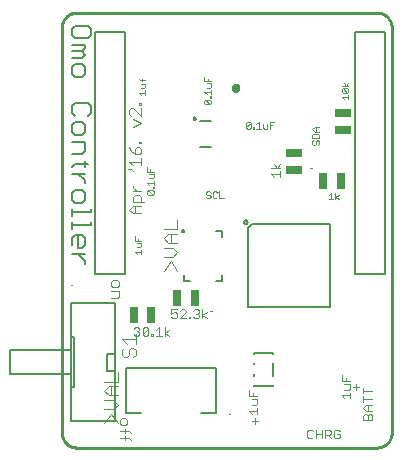
<source format=gto>
G75*
%MOIN*%
%OFA0B0*%
%FSLAX25Y25*%
%IPPOS*%
%LPD*%
%AMOC8*
5,1,8,0,0,1.08239X$1,22.5*
%
%ADD10C,0.00600*%
%ADD11C,0.01000*%
%ADD12C,0.01600*%
%ADD13C,0.00300*%
%ADD14C,0.00200*%
%ADD15C,0.00000*%
%ADD16R,0.02559X0.05512*%
%ADD17R,0.05512X0.02559*%
%ADD18C,0.00400*%
%ADD19C,0.00500*%
%ADD20C,0.00800*%
D10*
X0026041Y0063999D02*
X0026041Y0065067D01*
X0023906Y0067202D01*
X0021771Y0067202D02*
X0026041Y0067202D01*
X0024973Y0069377D02*
X0023906Y0069377D01*
X0023906Y0073647D01*
X0024973Y0073647D02*
X0026041Y0072580D01*
X0026041Y0070444D01*
X0024973Y0069377D01*
X0021771Y0070444D02*
X0021771Y0072580D01*
X0022838Y0073647D01*
X0024973Y0073647D01*
X0028176Y0076877D02*
X0021771Y0076877D01*
X0021771Y0077944D02*
X0021771Y0075809D01*
X0021771Y0080106D02*
X0021771Y0082241D01*
X0021771Y0081174D02*
X0028176Y0081174D01*
X0028176Y0082241D01*
X0024973Y0084416D02*
X0026041Y0085484D01*
X0026041Y0087619D01*
X0024973Y0088687D01*
X0022838Y0088687D01*
X0021771Y0087619D01*
X0021771Y0085484D01*
X0022838Y0084416D01*
X0024973Y0084416D01*
X0026041Y0090855D02*
X0026041Y0091923D01*
X0023906Y0094058D01*
X0021771Y0094058D02*
X0026041Y0094058D01*
X0026041Y0096220D02*
X0026041Y0098355D01*
X0027109Y0097287D02*
X0022838Y0097287D01*
X0021771Y0096220D01*
X0021771Y0100530D02*
X0024973Y0100530D01*
X0026041Y0101598D01*
X0026041Y0104800D01*
X0021771Y0104800D01*
X0022838Y0106976D02*
X0024973Y0106976D01*
X0026041Y0108043D01*
X0026041Y0110178D01*
X0024973Y0111246D01*
X0022838Y0111246D01*
X0021771Y0110178D01*
X0021771Y0108043D01*
X0022838Y0106976D01*
X0022838Y0113421D02*
X0021771Y0114489D01*
X0021771Y0116624D01*
X0022838Y0117691D01*
X0027109Y0117691D01*
X0028176Y0116624D01*
X0028176Y0114489D01*
X0027109Y0113421D01*
X0024973Y0126312D02*
X0022838Y0126312D01*
X0021771Y0127380D01*
X0021771Y0129515D01*
X0022838Y0130582D01*
X0024973Y0130582D01*
X0026041Y0129515D01*
X0026041Y0127380D01*
X0024973Y0126312D01*
X0024973Y0132758D02*
X0021771Y0132758D01*
X0021771Y0134893D02*
X0024973Y0134893D01*
X0026041Y0133825D01*
X0024973Y0132758D01*
X0024973Y0134893D02*
X0026041Y0135960D01*
X0026041Y0137028D01*
X0021771Y0137028D01*
X0022838Y0139203D02*
X0021771Y0140271D01*
X0021771Y0142406D01*
X0022838Y0143473D01*
X0027109Y0143473D01*
X0028176Y0142406D01*
X0028176Y0140271D01*
X0027109Y0139203D01*
X0022838Y0139203D01*
X0028176Y0077944D02*
X0028176Y0076877D01*
X0082589Y0034479D02*
X0082589Y0034109D01*
X0082589Y0034479D02*
X0088967Y0034479D01*
X0088967Y0034109D01*
X0088967Y0030935D02*
X0088967Y0026825D01*
X0088967Y0023652D02*
X0088967Y0023282D01*
X0082589Y0023282D01*
X0082589Y0023652D01*
X0082589Y0026825D02*
X0082589Y0027195D01*
X0082589Y0030565D02*
X0082589Y0030935D01*
D11*
X0018376Y0007817D02*
X0018376Y0142817D01*
X0018378Y0142957D01*
X0018384Y0143097D01*
X0018394Y0143237D01*
X0018407Y0143377D01*
X0018425Y0143516D01*
X0018447Y0143655D01*
X0018472Y0143792D01*
X0018501Y0143930D01*
X0018534Y0144066D01*
X0018571Y0144201D01*
X0018612Y0144335D01*
X0018657Y0144468D01*
X0018705Y0144600D01*
X0018757Y0144730D01*
X0018812Y0144859D01*
X0018871Y0144986D01*
X0018934Y0145112D01*
X0019000Y0145236D01*
X0019069Y0145357D01*
X0019142Y0145477D01*
X0019219Y0145595D01*
X0019298Y0145710D01*
X0019381Y0145824D01*
X0019467Y0145934D01*
X0019556Y0146043D01*
X0019648Y0146149D01*
X0019743Y0146252D01*
X0019840Y0146353D01*
X0019941Y0146450D01*
X0020044Y0146545D01*
X0020150Y0146637D01*
X0020259Y0146726D01*
X0020369Y0146812D01*
X0020483Y0146895D01*
X0020598Y0146974D01*
X0020716Y0147051D01*
X0020836Y0147124D01*
X0020957Y0147193D01*
X0021081Y0147259D01*
X0021207Y0147322D01*
X0021334Y0147381D01*
X0021463Y0147436D01*
X0021593Y0147488D01*
X0021725Y0147536D01*
X0021858Y0147581D01*
X0021992Y0147622D01*
X0022127Y0147659D01*
X0022263Y0147692D01*
X0022401Y0147721D01*
X0022538Y0147746D01*
X0022677Y0147768D01*
X0022816Y0147786D01*
X0022956Y0147799D01*
X0023096Y0147809D01*
X0023236Y0147815D01*
X0023376Y0147817D01*
X0123376Y0147817D01*
X0123516Y0147815D01*
X0123656Y0147809D01*
X0123796Y0147799D01*
X0123936Y0147786D01*
X0124075Y0147768D01*
X0124214Y0147746D01*
X0124351Y0147721D01*
X0124489Y0147692D01*
X0124625Y0147659D01*
X0124760Y0147622D01*
X0124894Y0147581D01*
X0125027Y0147536D01*
X0125159Y0147488D01*
X0125289Y0147436D01*
X0125418Y0147381D01*
X0125545Y0147322D01*
X0125671Y0147259D01*
X0125795Y0147193D01*
X0125916Y0147124D01*
X0126036Y0147051D01*
X0126154Y0146974D01*
X0126269Y0146895D01*
X0126383Y0146812D01*
X0126493Y0146726D01*
X0126602Y0146637D01*
X0126708Y0146545D01*
X0126811Y0146450D01*
X0126912Y0146353D01*
X0127009Y0146252D01*
X0127104Y0146149D01*
X0127196Y0146043D01*
X0127285Y0145934D01*
X0127371Y0145824D01*
X0127454Y0145710D01*
X0127533Y0145595D01*
X0127610Y0145477D01*
X0127683Y0145357D01*
X0127752Y0145236D01*
X0127818Y0145112D01*
X0127881Y0144986D01*
X0127940Y0144859D01*
X0127995Y0144730D01*
X0128047Y0144600D01*
X0128095Y0144468D01*
X0128140Y0144335D01*
X0128181Y0144201D01*
X0128218Y0144066D01*
X0128251Y0143930D01*
X0128280Y0143792D01*
X0128305Y0143655D01*
X0128327Y0143516D01*
X0128345Y0143377D01*
X0128358Y0143237D01*
X0128368Y0143097D01*
X0128374Y0142957D01*
X0128376Y0142817D01*
X0128376Y0007817D01*
X0128374Y0007677D01*
X0128368Y0007537D01*
X0128358Y0007397D01*
X0128345Y0007257D01*
X0128327Y0007118D01*
X0128305Y0006979D01*
X0128280Y0006842D01*
X0128251Y0006704D01*
X0128218Y0006568D01*
X0128181Y0006433D01*
X0128140Y0006299D01*
X0128095Y0006166D01*
X0128047Y0006034D01*
X0127995Y0005904D01*
X0127940Y0005775D01*
X0127881Y0005648D01*
X0127818Y0005522D01*
X0127752Y0005398D01*
X0127683Y0005277D01*
X0127610Y0005157D01*
X0127533Y0005039D01*
X0127454Y0004924D01*
X0127371Y0004810D01*
X0127285Y0004700D01*
X0127196Y0004591D01*
X0127104Y0004485D01*
X0127009Y0004382D01*
X0126912Y0004281D01*
X0126811Y0004184D01*
X0126708Y0004089D01*
X0126602Y0003997D01*
X0126493Y0003908D01*
X0126383Y0003822D01*
X0126269Y0003739D01*
X0126154Y0003660D01*
X0126036Y0003583D01*
X0125916Y0003510D01*
X0125795Y0003441D01*
X0125671Y0003375D01*
X0125545Y0003312D01*
X0125418Y0003253D01*
X0125289Y0003198D01*
X0125159Y0003146D01*
X0125027Y0003098D01*
X0124894Y0003053D01*
X0124760Y0003012D01*
X0124625Y0002975D01*
X0124489Y0002942D01*
X0124351Y0002913D01*
X0124214Y0002888D01*
X0124075Y0002866D01*
X0123936Y0002848D01*
X0123796Y0002835D01*
X0123656Y0002825D01*
X0123516Y0002819D01*
X0123376Y0002817D01*
X0023376Y0002817D01*
X0023236Y0002819D01*
X0023096Y0002825D01*
X0022956Y0002835D01*
X0022816Y0002848D01*
X0022677Y0002866D01*
X0022538Y0002888D01*
X0022401Y0002913D01*
X0022263Y0002942D01*
X0022127Y0002975D01*
X0021992Y0003012D01*
X0021858Y0003053D01*
X0021725Y0003098D01*
X0021593Y0003146D01*
X0021463Y0003198D01*
X0021334Y0003253D01*
X0021207Y0003312D01*
X0021081Y0003375D01*
X0020957Y0003441D01*
X0020836Y0003510D01*
X0020716Y0003583D01*
X0020598Y0003660D01*
X0020483Y0003739D01*
X0020369Y0003822D01*
X0020259Y0003908D01*
X0020150Y0003997D01*
X0020044Y0004089D01*
X0019941Y0004184D01*
X0019840Y0004281D01*
X0019743Y0004382D01*
X0019648Y0004485D01*
X0019556Y0004591D01*
X0019467Y0004700D01*
X0019381Y0004810D01*
X0019298Y0004924D01*
X0019219Y0005039D01*
X0019142Y0005157D01*
X0019069Y0005277D01*
X0019000Y0005398D01*
X0018934Y0005522D01*
X0018871Y0005648D01*
X0018812Y0005775D01*
X0018757Y0005904D01*
X0018705Y0006034D01*
X0018657Y0006166D01*
X0018612Y0006299D01*
X0018571Y0006433D01*
X0018534Y0006568D01*
X0018501Y0006704D01*
X0018472Y0006842D01*
X0018447Y0006979D01*
X0018425Y0007118D01*
X0018407Y0007257D01*
X0018394Y0007397D01*
X0018384Y0007537D01*
X0018378Y0007677D01*
X0018376Y0007817D01*
D12*
X0075813Y0122713D02*
X0075815Y0122760D01*
X0075821Y0122807D01*
X0075830Y0122853D01*
X0075844Y0122898D01*
X0075861Y0122942D01*
X0075882Y0122984D01*
X0075906Y0123025D01*
X0075933Y0123063D01*
X0075964Y0123099D01*
X0075997Y0123132D01*
X0076033Y0123163D01*
X0076071Y0123190D01*
X0076112Y0123214D01*
X0076154Y0123235D01*
X0076198Y0123252D01*
X0076243Y0123266D01*
X0076289Y0123275D01*
X0076336Y0123281D01*
X0076383Y0123283D01*
X0076430Y0123281D01*
X0076477Y0123275D01*
X0076523Y0123266D01*
X0076568Y0123252D01*
X0076612Y0123235D01*
X0076654Y0123214D01*
X0076695Y0123190D01*
X0076733Y0123163D01*
X0076769Y0123132D01*
X0076802Y0123099D01*
X0076833Y0123063D01*
X0076860Y0123025D01*
X0076884Y0122984D01*
X0076905Y0122942D01*
X0076922Y0122898D01*
X0076936Y0122853D01*
X0076945Y0122807D01*
X0076951Y0122760D01*
X0076953Y0122713D01*
X0076951Y0122666D01*
X0076945Y0122619D01*
X0076936Y0122573D01*
X0076922Y0122528D01*
X0076905Y0122484D01*
X0076884Y0122442D01*
X0076860Y0122401D01*
X0076833Y0122363D01*
X0076802Y0122327D01*
X0076769Y0122294D01*
X0076733Y0122263D01*
X0076695Y0122236D01*
X0076654Y0122212D01*
X0076612Y0122191D01*
X0076568Y0122174D01*
X0076523Y0122160D01*
X0076477Y0122151D01*
X0076430Y0122145D01*
X0076383Y0122143D01*
X0076336Y0122145D01*
X0076289Y0122151D01*
X0076243Y0122160D01*
X0076198Y0122174D01*
X0076154Y0122191D01*
X0076112Y0122212D01*
X0076071Y0122236D01*
X0076033Y0122263D01*
X0075997Y0122294D01*
X0075964Y0122327D01*
X0075933Y0122363D01*
X0075906Y0122401D01*
X0075882Y0122442D01*
X0075861Y0122484D01*
X0075844Y0122528D01*
X0075830Y0122573D01*
X0075821Y0122619D01*
X0075815Y0122666D01*
X0075813Y0122713D01*
D13*
X0089236Y0097425D02*
X0090203Y0095974D01*
X0091171Y0097425D01*
X0091171Y0095974D02*
X0088268Y0095974D01*
X0088268Y0093995D02*
X0091171Y0093995D01*
X0091171Y0094962D02*
X0091171Y0093027D01*
X0089236Y0093027D02*
X0088268Y0093995D01*
X0065184Y0048884D02*
X0065184Y0045981D01*
X0065184Y0046949D02*
X0066635Y0047916D01*
X0065184Y0046949D02*
X0066635Y0045981D01*
X0064172Y0046465D02*
X0063688Y0045981D01*
X0062721Y0045981D01*
X0062237Y0046465D01*
X0061248Y0046465D02*
X0061248Y0045981D01*
X0060764Y0045981D01*
X0060764Y0046465D01*
X0061248Y0046465D01*
X0059752Y0045981D02*
X0057817Y0045981D01*
X0059752Y0047916D01*
X0059752Y0048400D01*
X0059269Y0048884D01*
X0058301Y0048884D01*
X0057817Y0048400D01*
X0056806Y0048884D02*
X0054871Y0048884D01*
X0054871Y0047433D01*
X0055838Y0047916D01*
X0056322Y0047916D01*
X0056806Y0047433D01*
X0056806Y0046465D01*
X0056322Y0045981D01*
X0055355Y0045981D01*
X0054871Y0046465D01*
X0052670Y0042978D02*
X0052670Y0040076D01*
X0052670Y0041043D02*
X0054121Y0042011D01*
X0052670Y0041043D02*
X0054121Y0040076D01*
X0051659Y0040076D02*
X0049724Y0040076D01*
X0050691Y0040076D02*
X0050691Y0042978D01*
X0049724Y0042011D01*
X0048734Y0040560D02*
X0048250Y0040560D01*
X0048250Y0040076D01*
X0048734Y0040076D01*
X0048734Y0040560D01*
X0047239Y0040560D02*
X0046755Y0040076D01*
X0045788Y0040076D01*
X0045304Y0040560D01*
X0047239Y0042495D01*
X0047239Y0040560D01*
X0047239Y0042495D02*
X0046755Y0042978D01*
X0045788Y0042978D01*
X0045304Y0042495D01*
X0045304Y0040560D01*
X0044292Y0040560D02*
X0043809Y0040076D01*
X0042841Y0040076D01*
X0042357Y0040560D01*
X0043325Y0041527D02*
X0043809Y0041527D01*
X0044292Y0041043D01*
X0044292Y0040560D01*
X0043809Y0041527D02*
X0044292Y0042011D01*
X0044292Y0042495D01*
X0043809Y0042978D01*
X0042841Y0042978D01*
X0042357Y0042495D01*
X0036817Y0052504D02*
X0034966Y0052504D01*
X0034966Y0054973D02*
X0037435Y0054973D01*
X0037435Y0053122D01*
X0036817Y0052504D01*
X0036817Y0056188D02*
X0035583Y0056188D01*
X0034966Y0056805D01*
X0034966Y0058039D01*
X0035583Y0058656D01*
X0036817Y0058656D01*
X0037435Y0058039D01*
X0037435Y0056805D01*
X0036817Y0056188D01*
X0042173Y0080886D02*
X0040938Y0082120D01*
X0042173Y0083355D01*
X0044642Y0083355D01*
X0044642Y0084569D02*
X0044642Y0086421D01*
X0044024Y0087038D01*
X0042790Y0087038D01*
X0042173Y0086421D01*
X0042173Y0084569D01*
X0045876Y0084569D01*
X0042790Y0083355D02*
X0042790Y0080886D01*
X0042173Y0080886D02*
X0044642Y0080886D01*
X0044642Y0088252D02*
X0042173Y0088252D01*
X0043407Y0088252D02*
X0042173Y0089487D01*
X0042173Y0090104D01*
X0042173Y0095005D02*
X0041556Y0095622D01*
X0040321Y0095622D01*
X0042173Y0096846D02*
X0040938Y0098081D01*
X0044642Y0098081D01*
X0044642Y0099315D02*
X0044642Y0096846D01*
X0044024Y0100529D02*
X0042790Y0100529D01*
X0042790Y0102381D01*
X0043407Y0102998D01*
X0044024Y0102998D01*
X0044642Y0102381D01*
X0044642Y0101147D01*
X0044024Y0100529D01*
X0042790Y0100529D02*
X0041556Y0101764D01*
X0040938Y0102998D01*
X0044024Y0104213D02*
X0044024Y0104830D01*
X0044642Y0104830D01*
X0044642Y0104213D01*
X0044024Y0104213D01*
X0042173Y0109737D02*
X0044642Y0110972D01*
X0042173Y0112206D01*
X0041556Y0113420D02*
X0040938Y0114038D01*
X0040938Y0115272D01*
X0041556Y0115889D01*
X0042173Y0115889D01*
X0044642Y0113420D01*
X0044642Y0115889D01*
X0044642Y0117104D02*
X0044642Y0117721D01*
X0044024Y0117721D01*
X0044024Y0117104D01*
X0044642Y0117104D01*
X0062721Y0048884D02*
X0063688Y0048884D01*
X0064172Y0048400D01*
X0064172Y0047916D01*
X0063688Y0047433D01*
X0064172Y0046949D01*
X0064172Y0046465D01*
X0063688Y0047433D02*
X0063205Y0047433D01*
X0062237Y0048400D02*
X0062721Y0048884D01*
X0080713Y0021857D02*
X0080713Y0019922D01*
X0083616Y0019922D01*
X0083616Y0018910D02*
X0081681Y0018910D01*
X0082164Y0019922D02*
X0082164Y0020889D01*
X0083616Y0018910D02*
X0083616Y0017459D01*
X0083132Y0016975D01*
X0081681Y0016975D01*
X0083616Y0015964D02*
X0083616Y0014029D01*
X0083616Y0014996D02*
X0080713Y0014996D01*
X0081681Y0014029D01*
X0082724Y0012539D02*
X0082724Y0010604D01*
X0081757Y0011572D02*
X0083692Y0011572D01*
X0100243Y0008331D02*
X0100243Y0006396D01*
X0100726Y0005913D01*
X0101694Y0005913D01*
X0102178Y0006396D01*
X0103189Y0005913D02*
X0103189Y0008815D01*
X0102178Y0008331D02*
X0101694Y0008815D01*
X0100726Y0008815D01*
X0100243Y0008331D01*
X0103189Y0007364D02*
X0105124Y0007364D01*
X0106136Y0006880D02*
X0107587Y0006880D01*
X0108071Y0007364D01*
X0108071Y0008331D01*
X0107587Y0008815D01*
X0106136Y0008815D01*
X0106136Y0005913D01*
X0105124Y0005913D02*
X0105124Y0008815D01*
X0107103Y0006880D02*
X0108071Y0005913D01*
X0109082Y0006396D02*
X0109566Y0005913D01*
X0110533Y0005913D01*
X0111017Y0006396D01*
X0111017Y0007364D01*
X0110050Y0007364D01*
X0111017Y0008331D02*
X0110533Y0008815D01*
X0109566Y0008815D01*
X0109082Y0008331D01*
X0109082Y0006396D01*
X0118887Y0012014D02*
X0118887Y0013465D01*
X0119371Y0013949D01*
X0119855Y0013949D01*
X0120338Y0013465D01*
X0120338Y0012014D01*
X0118887Y0012014D02*
X0121790Y0012014D01*
X0121790Y0013465D01*
X0121306Y0013949D01*
X0120822Y0013949D01*
X0120338Y0013465D01*
X0120338Y0014961D02*
X0120338Y0016896D01*
X0119855Y0016896D02*
X0121790Y0016896D01*
X0119855Y0016896D02*
X0118887Y0015928D01*
X0119855Y0014961D01*
X0121790Y0014961D01*
X0121790Y0018875D02*
X0118887Y0018875D01*
X0118887Y0019842D02*
X0118887Y0017907D01*
X0118887Y0020854D02*
X0118887Y0022789D01*
X0118887Y0021821D02*
X0121790Y0021821D01*
X0117513Y0022933D02*
X0115578Y0022933D01*
X0114538Y0022633D02*
X0114538Y0024084D01*
X0112603Y0024084D01*
X0113087Y0025096D02*
X0113087Y0026063D01*
X0114538Y0025096D02*
X0111636Y0025096D01*
X0111636Y0027031D01*
X0114538Y0022633D02*
X0114054Y0022149D01*
X0112603Y0022149D01*
X0111636Y0020170D02*
X0114538Y0020170D01*
X0114538Y0019203D02*
X0114538Y0021138D01*
X0116545Y0021965D02*
X0116545Y0023900D01*
X0112603Y0019203D02*
X0111636Y0020170D01*
X0041442Y0007750D02*
X0040825Y0008367D01*
X0037739Y0008367D01*
X0038356Y0010199D02*
X0039590Y0010199D01*
X0040207Y0010816D01*
X0040207Y0012050D01*
X0039590Y0012667D01*
X0038356Y0012667D01*
X0037739Y0012050D01*
X0037739Y0010816D01*
X0038356Y0010199D01*
X0039590Y0008984D02*
X0039590Y0007750D01*
X0039590Y0006529D02*
X0039590Y0005294D01*
X0040825Y0005912D02*
X0041442Y0005294D01*
X0040825Y0005912D02*
X0037739Y0005912D01*
D14*
X0043470Y0067298D02*
X0042736Y0068032D01*
X0044938Y0068032D01*
X0044938Y0067298D02*
X0044938Y0068766D01*
X0044571Y0069508D02*
X0044938Y0069875D01*
X0044938Y0070976D01*
X0043470Y0070976D01*
X0043837Y0071717D02*
X0043837Y0072451D01*
X0044938Y0071717D02*
X0042736Y0071717D01*
X0042736Y0073185D01*
X0043470Y0069508D02*
X0044571Y0069508D01*
X0047221Y0087040D02*
X0046854Y0087407D01*
X0046854Y0088141D01*
X0047221Y0088508D01*
X0048689Y0087040D01*
X0049056Y0087407D01*
X0049056Y0088141D01*
X0048689Y0088508D01*
X0047221Y0088508D01*
X0047221Y0087040D02*
X0048689Y0087040D01*
X0048689Y0089250D02*
X0048689Y0089617D01*
X0049056Y0089617D01*
X0049056Y0089250D01*
X0048689Y0089250D01*
X0049056Y0090355D02*
X0049056Y0091823D01*
X0049056Y0091089D02*
X0046854Y0091089D01*
X0047588Y0090355D01*
X0047588Y0092565D02*
X0048689Y0092565D01*
X0049056Y0092932D01*
X0049056Y0094033D01*
X0047588Y0094033D01*
X0047955Y0094775D02*
X0047955Y0095509D01*
X0046854Y0094775D02*
X0046854Y0096243D01*
X0046854Y0094775D02*
X0049056Y0094775D01*
X0066507Y0087823D02*
X0066507Y0087456D01*
X0066874Y0087089D01*
X0067608Y0087089D01*
X0067975Y0086722D01*
X0067975Y0086355D01*
X0067608Y0085988D01*
X0066874Y0085988D01*
X0066507Y0086355D01*
X0066507Y0087823D02*
X0066874Y0088190D01*
X0067608Y0088190D01*
X0067975Y0087823D01*
X0068717Y0087823D02*
X0068717Y0086355D01*
X0069084Y0085988D01*
X0069818Y0085988D01*
X0070185Y0086355D01*
X0070927Y0085988D02*
X0072395Y0085988D01*
X0070927Y0085988D02*
X0070927Y0088190D01*
X0070185Y0087823D02*
X0069818Y0088190D01*
X0069084Y0088190D01*
X0068717Y0087823D01*
X0080294Y0109158D02*
X0079927Y0109525D01*
X0081395Y0110993D01*
X0081395Y0109525D01*
X0081028Y0109158D01*
X0080294Y0109158D01*
X0079927Y0109525D02*
X0079927Y0110993D01*
X0080294Y0111360D01*
X0081028Y0111360D01*
X0081395Y0110993D01*
X0082136Y0109525D02*
X0082503Y0109525D01*
X0082503Y0109158D01*
X0082136Y0109158D01*
X0082136Y0109525D01*
X0083241Y0109158D02*
X0084709Y0109158D01*
X0083975Y0109158D02*
X0083975Y0111360D01*
X0083241Y0110626D01*
X0085451Y0110626D02*
X0085451Y0109525D01*
X0085818Y0109158D01*
X0086919Y0109158D01*
X0086919Y0110626D01*
X0087661Y0110259D02*
X0088395Y0110259D01*
X0087661Y0109158D02*
X0087661Y0111360D01*
X0089129Y0111360D01*
X0101901Y0108858D02*
X0102635Y0109592D01*
X0104103Y0109592D01*
X0103002Y0109592D02*
X0103002Y0108124D01*
X0102635Y0108124D02*
X0101901Y0108858D01*
X0102635Y0108124D02*
X0104103Y0108124D01*
X0103736Y0107383D02*
X0102268Y0107383D01*
X0101901Y0107016D01*
X0101901Y0105915D01*
X0104103Y0105915D01*
X0104103Y0107016D01*
X0103736Y0107383D01*
X0103736Y0105173D02*
X0104103Y0104806D01*
X0104103Y0104072D01*
X0103736Y0103705D01*
X0103002Y0104072D02*
X0103002Y0104806D01*
X0103369Y0105173D01*
X0103736Y0105173D01*
X0103002Y0104072D02*
X0102635Y0103705D01*
X0102268Y0103705D01*
X0101901Y0104072D01*
X0101901Y0104806D01*
X0102268Y0105173D01*
X0112431Y0118906D02*
X0111697Y0119640D01*
X0113899Y0119640D01*
X0113899Y0118906D02*
X0113899Y0120374D01*
X0113532Y0121116D02*
X0112064Y0121116D01*
X0111697Y0121482D01*
X0111697Y0122216D01*
X0112064Y0122583D01*
X0113532Y0121116D01*
X0113899Y0121482D01*
X0113899Y0122216D01*
X0113532Y0122583D01*
X0112064Y0122583D01*
X0111697Y0123325D02*
X0113899Y0123325D01*
X0113165Y0123325D02*
X0112431Y0124426D01*
X0113165Y0123325D02*
X0113899Y0124426D01*
X0109627Y0087818D02*
X0109627Y0085616D01*
X0109627Y0086350D02*
X0110728Y0087084D01*
X0109627Y0086350D02*
X0110728Y0085616D01*
X0108885Y0085616D02*
X0107417Y0085616D01*
X0108151Y0085616D02*
X0108151Y0087818D01*
X0107417Y0087084D01*
X0068111Y0117628D02*
X0067744Y0117261D01*
X0066276Y0118729D01*
X0067744Y0118729D01*
X0068111Y0118362D01*
X0068111Y0117628D01*
X0067744Y0117261D02*
X0066276Y0117261D01*
X0065909Y0117628D01*
X0065909Y0118362D01*
X0066276Y0118729D01*
X0067744Y0119471D02*
X0067744Y0119838D01*
X0068111Y0119838D01*
X0068111Y0119471D01*
X0067744Y0119471D01*
X0068111Y0120575D02*
X0068111Y0122043D01*
X0068111Y0121309D02*
X0065909Y0121309D01*
X0066643Y0120575D01*
X0066643Y0122785D02*
X0067744Y0122785D01*
X0068111Y0123152D01*
X0068111Y0124253D01*
X0066643Y0124253D01*
X0067010Y0124995D02*
X0067010Y0125729D01*
X0065909Y0124995D02*
X0065909Y0126463D01*
X0065909Y0124995D02*
X0068111Y0124995D01*
X0046209Y0125206D02*
X0044374Y0125206D01*
X0044007Y0125573D01*
X0045108Y0125573D02*
X0045108Y0124839D01*
X0044741Y0124097D02*
X0046209Y0124097D01*
X0046209Y0122996D01*
X0045842Y0122629D01*
X0044741Y0122629D01*
X0046209Y0121887D02*
X0046209Y0120419D01*
X0046209Y0121153D02*
X0044007Y0121153D01*
X0044741Y0120419D01*
D15*
X0069907Y0088008D02*
X0069974Y0088008D01*
X0069999Y0088008D02*
X0070049Y0088008D01*
X0070066Y0087992D01*
X0070066Y0087958D01*
X0070049Y0087942D01*
X0069999Y0087942D01*
X0069999Y0087908D02*
X0069999Y0088008D01*
X0069940Y0088008D02*
X0069940Y0087908D01*
X0070091Y0087908D02*
X0070141Y0087908D01*
X0070158Y0087925D01*
X0070158Y0087942D01*
X0070141Y0087958D01*
X0070091Y0087958D01*
X0070091Y0087908D02*
X0070091Y0088008D01*
X0070141Y0088008D01*
X0070158Y0087992D01*
X0070158Y0087975D01*
X0070141Y0087958D01*
X0070183Y0087975D02*
X0070216Y0088008D01*
X0070216Y0087908D01*
X0070183Y0087908D02*
X0070250Y0087908D01*
X0070275Y0087875D02*
X0070308Y0087908D01*
X0070292Y0087908D01*
X0070292Y0087925D01*
X0070308Y0087925D01*
X0070308Y0087908D01*
X0070336Y0087908D02*
X0070403Y0087975D01*
X0070403Y0087992D01*
X0070387Y0088008D01*
X0070353Y0088008D01*
X0070336Y0087992D01*
X0070336Y0087908D02*
X0070403Y0087908D01*
X0070429Y0087908D02*
X0070429Y0087925D01*
X0070495Y0087992D01*
X0070495Y0088008D01*
X0070429Y0088008D01*
X0101184Y0096060D02*
X0101251Y0096060D01*
X0101276Y0096060D02*
X0101326Y0096060D01*
X0101343Y0096044D01*
X0101343Y0096010D01*
X0101326Y0095994D01*
X0101276Y0095994D01*
X0101276Y0095960D02*
X0101276Y0096060D01*
X0101218Y0096060D02*
X0101218Y0095960D01*
X0101369Y0095960D02*
X0101419Y0095960D01*
X0101435Y0095977D01*
X0101435Y0095994D01*
X0101419Y0096010D01*
X0101369Y0096010D01*
X0101419Y0096010D02*
X0101435Y0096027D01*
X0101435Y0096044D01*
X0101419Y0096060D01*
X0101369Y0096060D01*
X0101369Y0095960D01*
X0101461Y0095960D02*
X0101527Y0095960D01*
X0101494Y0095960D02*
X0101494Y0096060D01*
X0101461Y0096027D01*
X0101569Y0095977D02*
X0101569Y0095960D01*
X0101586Y0095960D01*
X0101586Y0095977D01*
X0101569Y0095977D01*
X0101586Y0095960D02*
X0101553Y0095927D01*
X0101614Y0095960D02*
X0101681Y0096027D01*
X0101681Y0096044D01*
X0101664Y0096060D01*
X0101631Y0096060D01*
X0101614Y0096044D01*
X0101614Y0095960D02*
X0101681Y0095960D01*
X0101706Y0095960D02*
X0101706Y0095977D01*
X0101773Y0096044D01*
X0101773Y0096060D01*
X0101706Y0096060D01*
X0068486Y0048404D02*
X0068486Y0048387D01*
X0068420Y0048321D01*
X0068420Y0048304D01*
X0068394Y0048304D02*
X0068328Y0048304D01*
X0068394Y0048371D01*
X0068394Y0048387D01*
X0068378Y0048404D01*
X0068344Y0048404D01*
X0068328Y0048387D01*
X0068300Y0048321D02*
X0068283Y0048321D01*
X0068283Y0048304D01*
X0068300Y0048304D01*
X0068300Y0048321D01*
X0068300Y0048304D02*
X0068266Y0048270D01*
X0068241Y0048304D02*
X0068174Y0048304D01*
X0068149Y0048321D02*
X0068132Y0048304D01*
X0068082Y0048304D01*
X0068082Y0048404D01*
X0068132Y0048404D01*
X0068149Y0048387D01*
X0068149Y0048371D01*
X0068132Y0048354D01*
X0068082Y0048354D01*
X0068057Y0048354D02*
X0068040Y0048337D01*
X0067990Y0048337D01*
X0067990Y0048304D02*
X0067990Y0048404D01*
X0068040Y0048404D01*
X0068057Y0048387D01*
X0068057Y0048354D01*
X0068132Y0048354D02*
X0068149Y0048337D01*
X0068149Y0048321D01*
X0068174Y0048371D02*
X0068208Y0048404D01*
X0068208Y0048304D01*
X0068420Y0048404D02*
X0068486Y0048404D01*
X0067965Y0048404D02*
X0067898Y0048404D01*
X0067931Y0048404D02*
X0067931Y0048304D01*
X0073986Y0014051D02*
X0074053Y0014051D01*
X0074078Y0014051D02*
X0074128Y0014051D01*
X0074145Y0014035D01*
X0074145Y0014001D01*
X0074128Y0013985D01*
X0074078Y0013985D01*
X0074078Y0013951D02*
X0074078Y0014051D01*
X0074020Y0014051D02*
X0074020Y0013951D01*
X0074170Y0013951D02*
X0074220Y0013951D01*
X0074237Y0013968D01*
X0074237Y0013985D01*
X0074220Y0014001D01*
X0074170Y0014001D01*
X0074170Y0013951D02*
X0074170Y0014051D01*
X0074220Y0014051D01*
X0074237Y0014035D01*
X0074237Y0014018D01*
X0074220Y0014001D01*
X0074262Y0014018D02*
X0074296Y0014051D01*
X0074296Y0013951D01*
X0074329Y0013951D02*
X0074262Y0013951D01*
X0074355Y0013918D02*
X0074388Y0013951D01*
X0074371Y0013951D01*
X0074371Y0013968D01*
X0074388Y0013968D01*
X0074388Y0013951D01*
X0074416Y0013951D02*
X0074483Y0014018D01*
X0074483Y0014035D01*
X0074466Y0014051D01*
X0074433Y0014051D01*
X0074416Y0014035D01*
X0074416Y0013951D02*
X0074483Y0013951D01*
X0074508Y0013951D02*
X0074508Y0013968D01*
X0074575Y0014035D01*
X0074575Y0014051D01*
X0074508Y0014051D01*
X0021831Y0057020D02*
X0021831Y0057037D01*
X0021898Y0057104D01*
X0021898Y0057120D01*
X0021831Y0057120D01*
X0021805Y0057104D02*
X0021789Y0057120D01*
X0021755Y0057120D01*
X0021739Y0057104D01*
X0021805Y0057104D02*
X0021805Y0057087D01*
X0021739Y0057020D01*
X0021805Y0057020D01*
X0021711Y0057020D02*
X0021694Y0057020D01*
X0021694Y0057037D01*
X0021711Y0057037D01*
X0021711Y0057020D01*
X0021677Y0056987D01*
X0021652Y0057020D02*
X0021585Y0057020D01*
X0021560Y0057037D02*
X0021543Y0057020D01*
X0021493Y0057020D01*
X0021493Y0057120D01*
X0021543Y0057120D01*
X0021560Y0057104D01*
X0021560Y0057087D01*
X0021543Y0057070D01*
X0021493Y0057070D01*
X0021468Y0057070D02*
X0021451Y0057054D01*
X0021401Y0057054D01*
X0021401Y0057020D02*
X0021401Y0057120D01*
X0021451Y0057120D01*
X0021468Y0057104D01*
X0021468Y0057070D01*
X0021543Y0057070D02*
X0021560Y0057054D01*
X0021560Y0057037D01*
X0021585Y0057087D02*
X0021619Y0057120D01*
X0021619Y0057020D01*
X0021376Y0057120D02*
X0021309Y0057120D01*
X0021342Y0057120D02*
X0021342Y0057020D01*
D16*
X0042385Y0046878D03*
X0048185Y0046878D03*
X0056952Y0052784D03*
X0062752Y0052784D03*
X0105519Y0091594D03*
X0111319Y0091594D03*
D17*
X0112083Y0108520D03*
X0112083Y0114320D03*
X0095776Y0101048D03*
X0095776Y0095248D03*
D18*
X0056956Y0078687D02*
X0056956Y0075618D01*
X0052352Y0075618D01*
X0053886Y0074083D02*
X0052352Y0072549D01*
X0053886Y0071014D01*
X0056956Y0071014D01*
X0055421Y0069480D02*
X0052352Y0069480D01*
X0054654Y0071014D02*
X0054654Y0074083D01*
X0053886Y0074083D02*
X0056956Y0074083D01*
X0055421Y0069480D02*
X0056956Y0067945D01*
X0055421Y0066410D01*
X0052352Y0066410D01*
X0054654Y0064876D02*
X0056956Y0061806D01*
X0054654Y0064876D02*
X0052352Y0061806D01*
X0043058Y0040538D02*
X0043058Y0037469D01*
X0043058Y0039003D02*
X0038454Y0039003D01*
X0039989Y0037469D01*
X0039221Y0035934D02*
X0038454Y0035167D01*
X0038454Y0033632D01*
X0039221Y0032865D01*
X0039989Y0032865D01*
X0040756Y0033632D01*
X0040756Y0035167D01*
X0041523Y0035934D01*
X0042291Y0035934D01*
X0043058Y0035167D01*
X0043058Y0033632D01*
X0042291Y0032865D01*
X0037133Y0027861D02*
X0037133Y0024791D01*
X0032529Y0024791D01*
X0034063Y0023257D02*
X0037133Y0023257D01*
X0034831Y0023257D02*
X0034831Y0020187D01*
X0034063Y0020187D02*
X0032529Y0021722D01*
X0034063Y0023257D01*
X0034063Y0020187D02*
X0037133Y0020187D01*
X0035598Y0018653D02*
X0032529Y0018653D01*
X0032529Y0015583D02*
X0035598Y0015583D01*
X0037133Y0017118D01*
X0035598Y0018653D01*
X0034831Y0014049D02*
X0037133Y0010980D01*
X0034831Y0014049D02*
X0032529Y0010980D01*
D19*
X0036289Y0011557D02*
X0021329Y0011557D01*
X0021329Y0022975D01*
X0022510Y0022975D01*
X0022510Y0039510D01*
X0021329Y0039510D01*
X0021329Y0050928D01*
X0036289Y0050928D01*
X0036289Y0033998D01*
X0033533Y0033998D01*
X0033533Y0028487D01*
X0036289Y0028487D01*
X0036289Y0011557D01*
X0039833Y0014195D02*
X0044833Y0014195D01*
X0039833Y0014195D02*
X0039833Y0029195D01*
X0069833Y0029195D01*
X0069833Y0014195D01*
X0064833Y0014195D01*
X0036289Y0028487D02*
X0036289Y0033998D01*
X0021329Y0035180D02*
X0021329Y0027306D01*
X0001250Y0027306D01*
X0001250Y0035180D01*
X0021329Y0035180D01*
X0021329Y0039510D01*
X0021329Y0027306D02*
X0021329Y0022975D01*
X0059242Y0058369D02*
X0059242Y0060337D01*
X0059242Y0058369D02*
X0061211Y0058369D01*
X0069872Y0058369D02*
X0071841Y0058369D01*
X0071841Y0060337D01*
X0071841Y0072935D02*
X0071841Y0074904D01*
X0069872Y0074904D01*
X0058454Y0074904D02*
X0058456Y0074943D01*
X0058462Y0074982D01*
X0058472Y0075020D01*
X0058485Y0075057D01*
X0058502Y0075092D01*
X0058522Y0075126D01*
X0058546Y0075157D01*
X0058573Y0075186D01*
X0058602Y0075212D01*
X0058634Y0075235D01*
X0058668Y0075255D01*
X0058704Y0075271D01*
X0058741Y0075283D01*
X0058780Y0075292D01*
X0058819Y0075297D01*
X0058858Y0075298D01*
X0058897Y0075295D01*
X0058936Y0075288D01*
X0058973Y0075277D01*
X0059010Y0075263D01*
X0059045Y0075245D01*
X0059078Y0075224D01*
X0059109Y0075199D01*
X0059137Y0075172D01*
X0059162Y0075142D01*
X0059184Y0075109D01*
X0059203Y0075075D01*
X0059218Y0075039D01*
X0059230Y0075001D01*
X0059238Y0074963D01*
X0059242Y0074924D01*
X0059242Y0074884D01*
X0059238Y0074845D01*
X0059230Y0074807D01*
X0059218Y0074769D01*
X0059203Y0074733D01*
X0059184Y0074699D01*
X0059162Y0074666D01*
X0059137Y0074636D01*
X0059109Y0074609D01*
X0059078Y0074584D01*
X0059045Y0074563D01*
X0059010Y0074545D01*
X0058973Y0074531D01*
X0058936Y0074520D01*
X0058897Y0074513D01*
X0058858Y0074510D01*
X0058819Y0074511D01*
X0058780Y0074516D01*
X0058741Y0074525D01*
X0058704Y0074537D01*
X0058668Y0074553D01*
X0058634Y0074573D01*
X0058602Y0074596D01*
X0058573Y0074622D01*
X0058546Y0074651D01*
X0058522Y0074682D01*
X0058502Y0074716D01*
X0058485Y0074751D01*
X0058472Y0074788D01*
X0058462Y0074826D01*
X0058456Y0074865D01*
X0058454Y0074904D01*
X0064301Y0103031D02*
X0068238Y0103031D01*
X0068238Y0111692D02*
X0064301Y0111692D01*
X0062332Y0112480D02*
X0062334Y0112519D01*
X0062340Y0112558D01*
X0062350Y0112596D01*
X0062363Y0112633D01*
X0062380Y0112668D01*
X0062400Y0112702D01*
X0062424Y0112733D01*
X0062451Y0112762D01*
X0062480Y0112788D01*
X0062512Y0112811D01*
X0062546Y0112831D01*
X0062582Y0112847D01*
X0062619Y0112859D01*
X0062658Y0112868D01*
X0062697Y0112873D01*
X0062736Y0112874D01*
X0062775Y0112871D01*
X0062814Y0112864D01*
X0062851Y0112853D01*
X0062888Y0112839D01*
X0062923Y0112821D01*
X0062956Y0112800D01*
X0062987Y0112775D01*
X0063015Y0112748D01*
X0063040Y0112718D01*
X0063062Y0112685D01*
X0063081Y0112651D01*
X0063096Y0112615D01*
X0063108Y0112577D01*
X0063116Y0112539D01*
X0063120Y0112500D01*
X0063120Y0112460D01*
X0063116Y0112421D01*
X0063108Y0112383D01*
X0063096Y0112345D01*
X0063081Y0112309D01*
X0063062Y0112275D01*
X0063040Y0112242D01*
X0063015Y0112212D01*
X0062987Y0112185D01*
X0062956Y0112160D01*
X0062923Y0112139D01*
X0062888Y0112121D01*
X0062851Y0112107D01*
X0062814Y0112096D01*
X0062775Y0112089D01*
X0062736Y0112086D01*
X0062697Y0112087D01*
X0062658Y0112092D01*
X0062619Y0112101D01*
X0062582Y0112113D01*
X0062546Y0112129D01*
X0062512Y0112149D01*
X0062480Y0112172D01*
X0062451Y0112198D01*
X0062424Y0112227D01*
X0062400Y0112258D01*
X0062380Y0112292D01*
X0062363Y0112327D01*
X0062350Y0112364D01*
X0062340Y0112402D01*
X0062334Y0112441D01*
X0062332Y0112480D01*
D20*
X0039377Y0141243D02*
X0029535Y0141243D01*
X0029535Y0060534D01*
X0039377Y0060534D01*
X0039377Y0141243D01*
X0079124Y0077987D02*
X0079126Y0078036D01*
X0079132Y0078084D01*
X0079142Y0078132D01*
X0079156Y0078179D01*
X0079173Y0078225D01*
X0079194Y0078269D01*
X0079219Y0078311D01*
X0079247Y0078351D01*
X0079279Y0078389D01*
X0079313Y0078424D01*
X0079350Y0078456D01*
X0079389Y0078485D01*
X0079431Y0078511D01*
X0079475Y0078533D01*
X0079520Y0078551D01*
X0079567Y0078566D01*
X0079614Y0078577D01*
X0079663Y0078584D01*
X0079712Y0078587D01*
X0079761Y0078586D01*
X0079809Y0078581D01*
X0079858Y0078572D01*
X0079905Y0078559D01*
X0079951Y0078542D01*
X0079995Y0078522D01*
X0080038Y0078498D01*
X0080079Y0078471D01*
X0080117Y0078440D01*
X0080153Y0078407D01*
X0080185Y0078371D01*
X0080215Y0078332D01*
X0080242Y0078291D01*
X0080265Y0078247D01*
X0080284Y0078202D01*
X0080300Y0078156D01*
X0080312Y0078109D01*
X0080320Y0078060D01*
X0080324Y0078011D01*
X0080324Y0077963D01*
X0080320Y0077914D01*
X0080312Y0077865D01*
X0080300Y0077818D01*
X0080284Y0077772D01*
X0080265Y0077727D01*
X0080242Y0077683D01*
X0080215Y0077642D01*
X0080185Y0077603D01*
X0080153Y0077567D01*
X0080117Y0077534D01*
X0080079Y0077503D01*
X0080038Y0077476D01*
X0079995Y0077452D01*
X0079951Y0077432D01*
X0079905Y0077415D01*
X0079858Y0077402D01*
X0079809Y0077393D01*
X0079761Y0077388D01*
X0079712Y0077387D01*
X0079663Y0077390D01*
X0079614Y0077397D01*
X0079567Y0077408D01*
X0079520Y0077423D01*
X0079475Y0077441D01*
X0079431Y0077463D01*
X0079389Y0077489D01*
X0079350Y0077518D01*
X0079313Y0077550D01*
X0079279Y0077585D01*
X0079247Y0077623D01*
X0079219Y0077663D01*
X0079194Y0077705D01*
X0079173Y0077749D01*
X0079156Y0077795D01*
X0079142Y0077842D01*
X0079132Y0077890D01*
X0079126Y0077938D01*
X0079124Y0077987D01*
X0080325Y0075888D02*
X0081722Y0077286D01*
X0107923Y0077286D01*
X0107923Y0049687D01*
X0080325Y0049687D01*
X0080325Y0075888D01*
X0116132Y0060534D02*
X0125974Y0060534D01*
X0125974Y0141243D01*
X0116132Y0141243D01*
X0116132Y0060534D01*
M02*

</source>
